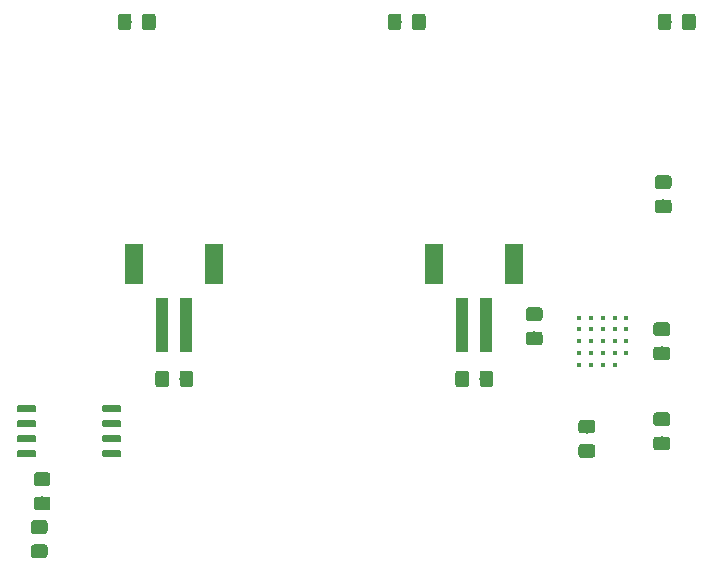
<source format=gbr>
G04 #@! TF.GenerationSoftware,KiCad,Pcbnew,5.1.4+dfsg1-1*
G04 #@! TF.CreationDate,2019-11-19T12:45:03-08:00*
G04 #@! TF.ProjectId,cartridge,63617274-7269-4646-9765-2e6b69636164,rev?*
G04 #@! TF.SameCoordinates,PX40311b0PY2227a70*
G04 #@! TF.FileFunction,Paste,Top*
G04 #@! TF.FilePolarity,Positive*
%FSLAX46Y46*%
G04 Gerber Fmt 4.6, Leading zero omitted, Abs format (unit mm)*
G04 Created by KiCad (PCBNEW 5.1.4+dfsg1-1) date 2019-11-19 12:45:03*
%MOMM*%
%LPD*%
G04 APERTURE LIST*
%ADD10C,0.400000*%
%ADD11R,1.600000X3.400000*%
%ADD12R,1.000000X4.600000*%
%ADD13C,0.050000*%
%ADD14C,1.150000*%
%ADD15C,0.600000*%
G04 APERTURE END LIST*
D10*
X56070000Y-43926000D03*
X56070000Y-42926000D03*
X56070000Y-41926000D03*
X56070000Y-40926000D03*
X55070000Y-44926000D03*
X55070000Y-43926000D03*
X55070000Y-42926000D03*
X55070000Y-41926000D03*
X55070000Y-40926000D03*
X54070000Y-44926000D03*
X54070000Y-43926000D03*
X54070000Y-42926000D03*
X54070000Y-41926000D03*
X54070000Y-40926000D03*
X53070000Y-44926000D03*
X53070000Y-43926000D03*
X53070000Y-42926000D03*
X53070000Y-41926000D03*
X53070000Y-40926000D03*
X52070000Y-44926000D03*
X52070000Y-43926000D03*
X52070000Y-42926000D03*
X52070000Y-41926000D03*
X52070000Y-40926000D03*
D11*
X46580000Y-36346000D03*
X39780000Y-36346000D03*
D12*
X44180000Y-41546000D03*
X42180000Y-41546000D03*
D11*
X21180000Y-36346000D03*
X14380000Y-36346000D03*
D12*
X18780000Y-41546000D03*
X16780000Y-41546000D03*
D13*
G36*
X17104505Y-45402204D02*
G01*
X17128773Y-45405804D01*
X17152572Y-45411765D01*
X17175671Y-45420030D01*
X17197850Y-45430520D01*
X17218893Y-45443132D01*
X17238599Y-45457747D01*
X17256777Y-45474223D01*
X17273253Y-45492401D01*
X17287868Y-45512107D01*
X17300480Y-45533150D01*
X17310970Y-45555329D01*
X17319235Y-45578428D01*
X17325196Y-45602227D01*
X17328796Y-45626495D01*
X17330000Y-45650999D01*
X17330000Y-46551001D01*
X17328796Y-46575505D01*
X17325196Y-46599773D01*
X17319235Y-46623572D01*
X17310970Y-46646671D01*
X17300480Y-46668850D01*
X17287868Y-46689893D01*
X17273253Y-46709599D01*
X17256777Y-46727777D01*
X17238599Y-46744253D01*
X17218893Y-46758868D01*
X17197850Y-46771480D01*
X17175671Y-46781970D01*
X17152572Y-46790235D01*
X17128773Y-46796196D01*
X17104505Y-46799796D01*
X17080001Y-46801000D01*
X16429999Y-46801000D01*
X16405495Y-46799796D01*
X16381227Y-46796196D01*
X16357428Y-46790235D01*
X16334329Y-46781970D01*
X16312150Y-46771480D01*
X16291107Y-46758868D01*
X16271401Y-46744253D01*
X16253223Y-46727777D01*
X16236747Y-46709599D01*
X16222132Y-46689893D01*
X16209520Y-46668850D01*
X16199030Y-46646671D01*
X16190765Y-46623572D01*
X16184804Y-46599773D01*
X16181204Y-46575505D01*
X16180000Y-46551001D01*
X16180000Y-45650999D01*
X16181204Y-45626495D01*
X16184804Y-45602227D01*
X16190765Y-45578428D01*
X16199030Y-45555329D01*
X16209520Y-45533150D01*
X16222132Y-45512107D01*
X16236747Y-45492401D01*
X16253223Y-45474223D01*
X16271401Y-45457747D01*
X16291107Y-45443132D01*
X16312150Y-45430520D01*
X16334329Y-45420030D01*
X16357428Y-45411765D01*
X16381227Y-45405804D01*
X16405495Y-45402204D01*
X16429999Y-45401000D01*
X17080001Y-45401000D01*
X17104505Y-45402204D01*
X17104505Y-45402204D01*
G37*
D14*
X16755000Y-46101000D03*
D13*
G36*
X19154505Y-45402204D02*
G01*
X19178773Y-45405804D01*
X19202572Y-45411765D01*
X19225671Y-45420030D01*
X19247850Y-45430520D01*
X19268893Y-45443132D01*
X19288599Y-45457747D01*
X19306777Y-45474223D01*
X19323253Y-45492401D01*
X19337868Y-45512107D01*
X19350480Y-45533150D01*
X19360970Y-45555329D01*
X19369235Y-45578428D01*
X19375196Y-45602227D01*
X19378796Y-45626495D01*
X19380000Y-45650999D01*
X19380000Y-46551001D01*
X19378796Y-46575505D01*
X19375196Y-46599773D01*
X19369235Y-46623572D01*
X19360970Y-46646671D01*
X19350480Y-46668850D01*
X19337868Y-46689893D01*
X19323253Y-46709599D01*
X19306777Y-46727777D01*
X19288599Y-46744253D01*
X19268893Y-46758868D01*
X19247850Y-46771480D01*
X19225671Y-46781970D01*
X19202572Y-46790235D01*
X19178773Y-46796196D01*
X19154505Y-46799796D01*
X19130001Y-46801000D01*
X18479999Y-46801000D01*
X18455495Y-46799796D01*
X18431227Y-46796196D01*
X18407428Y-46790235D01*
X18384329Y-46781970D01*
X18362150Y-46771480D01*
X18341107Y-46758868D01*
X18321401Y-46744253D01*
X18303223Y-46727777D01*
X18286747Y-46709599D01*
X18272132Y-46689893D01*
X18259520Y-46668850D01*
X18249030Y-46646671D01*
X18240765Y-46623572D01*
X18234804Y-46599773D01*
X18231204Y-46575505D01*
X18230000Y-46551001D01*
X18230000Y-45650999D01*
X18231204Y-45626495D01*
X18234804Y-45602227D01*
X18240765Y-45578428D01*
X18249030Y-45555329D01*
X18259520Y-45533150D01*
X18272132Y-45512107D01*
X18286747Y-45492401D01*
X18303223Y-45474223D01*
X18321401Y-45457747D01*
X18341107Y-45443132D01*
X18362150Y-45430520D01*
X18384329Y-45420030D01*
X18407428Y-45411765D01*
X18431227Y-45405804D01*
X18455495Y-45402204D01*
X18479999Y-45401000D01*
X19130001Y-45401000D01*
X19154505Y-45402204D01*
X19154505Y-45402204D01*
G37*
D14*
X18805000Y-46101000D03*
D13*
G36*
X42504505Y-45402204D02*
G01*
X42528773Y-45405804D01*
X42552572Y-45411765D01*
X42575671Y-45420030D01*
X42597850Y-45430520D01*
X42618893Y-45443132D01*
X42638599Y-45457747D01*
X42656777Y-45474223D01*
X42673253Y-45492401D01*
X42687868Y-45512107D01*
X42700480Y-45533150D01*
X42710970Y-45555329D01*
X42719235Y-45578428D01*
X42725196Y-45602227D01*
X42728796Y-45626495D01*
X42730000Y-45650999D01*
X42730000Y-46551001D01*
X42728796Y-46575505D01*
X42725196Y-46599773D01*
X42719235Y-46623572D01*
X42710970Y-46646671D01*
X42700480Y-46668850D01*
X42687868Y-46689893D01*
X42673253Y-46709599D01*
X42656777Y-46727777D01*
X42638599Y-46744253D01*
X42618893Y-46758868D01*
X42597850Y-46771480D01*
X42575671Y-46781970D01*
X42552572Y-46790235D01*
X42528773Y-46796196D01*
X42504505Y-46799796D01*
X42480001Y-46801000D01*
X41829999Y-46801000D01*
X41805495Y-46799796D01*
X41781227Y-46796196D01*
X41757428Y-46790235D01*
X41734329Y-46781970D01*
X41712150Y-46771480D01*
X41691107Y-46758868D01*
X41671401Y-46744253D01*
X41653223Y-46727777D01*
X41636747Y-46709599D01*
X41622132Y-46689893D01*
X41609520Y-46668850D01*
X41599030Y-46646671D01*
X41590765Y-46623572D01*
X41584804Y-46599773D01*
X41581204Y-46575505D01*
X41580000Y-46551001D01*
X41580000Y-45650999D01*
X41581204Y-45626495D01*
X41584804Y-45602227D01*
X41590765Y-45578428D01*
X41599030Y-45555329D01*
X41609520Y-45533150D01*
X41622132Y-45512107D01*
X41636747Y-45492401D01*
X41653223Y-45474223D01*
X41671401Y-45457747D01*
X41691107Y-45443132D01*
X41712150Y-45430520D01*
X41734329Y-45420030D01*
X41757428Y-45411765D01*
X41781227Y-45405804D01*
X41805495Y-45402204D01*
X41829999Y-45401000D01*
X42480001Y-45401000D01*
X42504505Y-45402204D01*
X42504505Y-45402204D01*
G37*
D14*
X42155000Y-46101000D03*
D13*
G36*
X44554505Y-45402204D02*
G01*
X44578773Y-45405804D01*
X44602572Y-45411765D01*
X44625671Y-45420030D01*
X44647850Y-45430520D01*
X44668893Y-45443132D01*
X44688599Y-45457747D01*
X44706777Y-45474223D01*
X44723253Y-45492401D01*
X44737868Y-45512107D01*
X44750480Y-45533150D01*
X44760970Y-45555329D01*
X44769235Y-45578428D01*
X44775196Y-45602227D01*
X44778796Y-45626495D01*
X44780000Y-45650999D01*
X44780000Y-46551001D01*
X44778796Y-46575505D01*
X44775196Y-46599773D01*
X44769235Y-46623572D01*
X44760970Y-46646671D01*
X44750480Y-46668850D01*
X44737868Y-46689893D01*
X44723253Y-46709599D01*
X44706777Y-46727777D01*
X44688599Y-46744253D01*
X44668893Y-46758868D01*
X44647850Y-46771480D01*
X44625671Y-46781970D01*
X44602572Y-46790235D01*
X44578773Y-46796196D01*
X44554505Y-46799796D01*
X44530001Y-46801000D01*
X43879999Y-46801000D01*
X43855495Y-46799796D01*
X43831227Y-46796196D01*
X43807428Y-46790235D01*
X43784329Y-46781970D01*
X43762150Y-46771480D01*
X43741107Y-46758868D01*
X43721401Y-46744253D01*
X43703223Y-46727777D01*
X43686747Y-46709599D01*
X43672132Y-46689893D01*
X43659520Y-46668850D01*
X43649030Y-46646671D01*
X43640765Y-46623572D01*
X43634804Y-46599773D01*
X43631204Y-46575505D01*
X43630000Y-46551001D01*
X43630000Y-45650999D01*
X43631204Y-45626495D01*
X43634804Y-45602227D01*
X43640765Y-45578428D01*
X43649030Y-45555329D01*
X43659520Y-45533150D01*
X43672132Y-45512107D01*
X43686747Y-45492401D01*
X43703223Y-45474223D01*
X43721401Y-45457747D01*
X43741107Y-45443132D01*
X43762150Y-45430520D01*
X43784329Y-45420030D01*
X43807428Y-45411765D01*
X43831227Y-45405804D01*
X43855495Y-45402204D01*
X43879999Y-45401000D01*
X44530001Y-45401000D01*
X44554505Y-45402204D01*
X44554505Y-45402204D01*
G37*
D14*
X44205000Y-46101000D03*
D13*
G36*
X59529505Y-48947204D02*
G01*
X59553773Y-48950804D01*
X59577572Y-48956765D01*
X59600671Y-48965030D01*
X59622850Y-48975520D01*
X59643893Y-48988132D01*
X59663599Y-49002747D01*
X59681777Y-49019223D01*
X59698253Y-49037401D01*
X59712868Y-49057107D01*
X59725480Y-49078150D01*
X59735970Y-49100329D01*
X59744235Y-49123428D01*
X59750196Y-49147227D01*
X59753796Y-49171495D01*
X59755000Y-49195999D01*
X59755000Y-49846001D01*
X59753796Y-49870505D01*
X59750196Y-49894773D01*
X59744235Y-49918572D01*
X59735970Y-49941671D01*
X59725480Y-49963850D01*
X59712868Y-49984893D01*
X59698253Y-50004599D01*
X59681777Y-50022777D01*
X59663599Y-50039253D01*
X59643893Y-50053868D01*
X59622850Y-50066480D01*
X59600671Y-50076970D01*
X59577572Y-50085235D01*
X59553773Y-50091196D01*
X59529505Y-50094796D01*
X59505001Y-50096000D01*
X58604999Y-50096000D01*
X58580495Y-50094796D01*
X58556227Y-50091196D01*
X58532428Y-50085235D01*
X58509329Y-50076970D01*
X58487150Y-50066480D01*
X58466107Y-50053868D01*
X58446401Y-50039253D01*
X58428223Y-50022777D01*
X58411747Y-50004599D01*
X58397132Y-49984893D01*
X58384520Y-49963850D01*
X58374030Y-49941671D01*
X58365765Y-49918572D01*
X58359804Y-49894773D01*
X58356204Y-49870505D01*
X58355000Y-49846001D01*
X58355000Y-49195999D01*
X58356204Y-49171495D01*
X58359804Y-49147227D01*
X58365765Y-49123428D01*
X58374030Y-49100329D01*
X58384520Y-49078150D01*
X58397132Y-49057107D01*
X58411747Y-49037401D01*
X58428223Y-49019223D01*
X58446401Y-49002747D01*
X58466107Y-48988132D01*
X58487150Y-48975520D01*
X58509329Y-48965030D01*
X58532428Y-48956765D01*
X58556227Y-48950804D01*
X58580495Y-48947204D01*
X58604999Y-48946000D01*
X59505001Y-48946000D01*
X59529505Y-48947204D01*
X59529505Y-48947204D01*
G37*
D14*
X59055000Y-49521000D03*
D13*
G36*
X59529505Y-50997204D02*
G01*
X59553773Y-51000804D01*
X59577572Y-51006765D01*
X59600671Y-51015030D01*
X59622850Y-51025520D01*
X59643893Y-51038132D01*
X59663599Y-51052747D01*
X59681777Y-51069223D01*
X59698253Y-51087401D01*
X59712868Y-51107107D01*
X59725480Y-51128150D01*
X59735970Y-51150329D01*
X59744235Y-51173428D01*
X59750196Y-51197227D01*
X59753796Y-51221495D01*
X59755000Y-51245999D01*
X59755000Y-51896001D01*
X59753796Y-51920505D01*
X59750196Y-51944773D01*
X59744235Y-51968572D01*
X59735970Y-51991671D01*
X59725480Y-52013850D01*
X59712868Y-52034893D01*
X59698253Y-52054599D01*
X59681777Y-52072777D01*
X59663599Y-52089253D01*
X59643893Y-52103868D01*
X59622850Y-52116480D01*
X59600671Y-52126970D01*
X59577572Y-52135235D01*
X59553773Y-52141196D01*
X59529505Y-52144796D01*
X59505001Y-52146000D01*
X58604999Y-52146000D01*
X58580495Y-52144796D01*
X58556227Y-52141196D01*
X58532428Y-52135235D01*
X58509329Y-52126970D01*
X58487150Y-52116480D01*
X58466107Y-52103868D01*
X58446401Y-52089253D01*
X58428223Y-52072777D01*
X58411747Y-52054599D01*
X58397132Y-52034893D01*
X58384520Y-52013850D01*
X58374030Y-51991671D01*
X58365765Y-51968572D01*
X58359804Y-51944773D01*
X58356204Y-51920505D01*
X58355000Y-51896001D01*
X58355000Y-51245999D01*
X58356204Y-51221495D01*
X58359804Y-51197227D01*
X58365765Y-51173428D01*
X58374030Y-51150329D01*
X58384520Y-51128150D01*
X58397132Y-51107107D01*
X58411747Y-51087401D01*
X58428223Y-51069223D01*
X58446401Y-51052747D01*
X58466107Y-51038132D01*
X58487150Y-51025520D01*
X58509329Y-51015030D01*
X58532428Y-51006765D01*
X58556227Y-51000804D01*
X58580495Y-50997204D01*
X58604999Y-50996000D01*
X59505001Y-50996000D01*
X59529505Y-50997204D01*
X59529505Y-50997204D01*
G37*
D14*
X59055000Y-51571000D03*
D13*
G36*
X59656505Y-28881204D02*
G01*
X59680773Y-28884804D01*
X59704572Y-28890765D01*
X59727671Y-28899030D01*
X59749850Y-28909520D01*
X59770893Y-28922132D01*
X59790599Y-28936747D01*
X59808777Y-28953223D01*
X59825253Y-28971401D01*
X59839868Y-28991107D01*
X59852480Y-29012150D01*
X59862970Y-29034329D01*
X59871235Y-29057428D01*
X59877196Y-29081227D01*
X59880796Y-29105495D01*
X59882000Y-29129999D01*
X59882000Y-29780001D01*
X59880796Y-29804505D01*
X59877196Y-29828773D01*
X59871235Y-29852572D01*
X59862970Y-29875671D01*
X59852480Y-29897850D01*
X59839868Y-29918893D01*
X59825253Y-29938599D01*
X59808777Y-29956777D01*
X59790599Y-29973253D01*
X59770893Y-29987868D01*
X59749850Y-30000480D01*
X59727671Y-30010970D01*
X59704572Y-30019235D01*
X59680773Y-30025196D01*
X59656505Y-30028796D01*
X59632001Y-30030000D01*
X58731999Y-30030000D01*
X58707495Y-30028796D01*
X58683227Y-30025196D01*
X58659428Y-30019235D01*
X58636329Y-30010970D01*
X58614150Y-30000480D01*
X58593107Y-29987868D01*
X58573401Y-29973253D01*
X58555223Y-29956777D01*
X58538747Y-29938599D01*
X58524132Y-29918893D01*
X58511520Y-29897850D01*
X58501030Y-29875671D01*
X58492765Y-29852572D01*
X58486804Y-29828773D01*
X58483204Y-29804505D01*
X58482000Y-29780001D01*
X58482000Y-29129999D01*
X58483204Y-29105495D01*
X58486804Y-29081227D01*
X58492765Y-29057428D01*
X58501030Y-29034329D01*
X58511520Y-29012150D01*
X58524132Y-28991107D01*
X58538747Y-28971401D01*
X58555223Y-28953223D01*
X58573401Y-28936747D01*
X58593107Y-28922132D01*
X58614150Y-28909520D01*
X58636329Y-28899030D01*
X58659428Y-28890765D01*
X58683227Y-28884804D01*
X58707495Y-28881204D01*
X58731999Y-28880000D01*
X59632001Y-28880000D01*
X59656505Y-28881204D01*
X59656505Y-28881204D01*
G37*
D14*
X59182000Y-29455000D03*
D13*
G36*
X59656505Y-30931204D02*
G01*
X59680773Y-30934804D01*
X59704572Y-30940765D01*
X59727671Y-30949030D01*
X59749850Y-30959520D01*
X59770893Y-30972132D01*
X59790599Y-30986747D01*
X59808777Y-31003223D01*
X59825253Y-31021401D01*
X59839868Y-31041107D01*
X59852480Y-31062150D01*
X59862970Y-31084329D01*
X59871235Y-31107428D01*
X59877196Y-31131227D01*
X59880796Y-31155495D01*
X59882000Y-31179999D01*
X59882000Y-31830001D01*
X59880796Y-31854505D01*
X59877196Y-31878773D01*
X59871235Y-31902572D01*
X59862970Y-31925671D01*
X59852480Y-31947850D01*
X59839868Y-31968893D01*
X59825253Y-31988599D01*
X59808777Y-32006777D01*
X59790599Y-32023253D01*
X59770893Y-32037868D01*
X59749850Y-32050480D01*
X59727671Y-32060970D01*
X59704572Y-32069235D01*
X59680773Y-32075196D01*
X59656505Y-32078796D01*
X59632001Y-32080000D01*
X58731999Y-32080000D01*
X58707495Y-32078796D01*
X58683227Y-32075196D01*
X58659428Y-32069235D01*
X58636329Y-32060970D01*
X58614150Y-32050480D01*
X58593107Y-32037868D01*
X58573401Y-32023253D01*
X58555223Y-32006777D01*
X58538747Y-31988599D01*
X58524132Y-31968893D01*
X58511520Y-31947850D01*
X58501030Y-31925671D01*
X58492765Y-31902572D01*
X58486804Y-31878773D01*
X58483204Y-31854505D01*
X58482000Y-31830001D01*
X58482000Y-31179999D01*
X58483204Y-31155495D01*
X58486804Y-31131227D01*
X58492765Y-31107428D01*
X58501030Y-31084329D01*
X58511520Y-31062150D01*
X58524132Y-31041107D01*
X58538747Y-31021401D01*
X58555223Y-31003223D01*
X58573401Y-30986747D01*
X58593107Y-30972132D01*
X58614150Y-30959520D01*
X58636329Y-30949030D01*
X58659428Y-30940765D01*
X58683227Y-30934804D01*
X58707495Y-30931204D01*
X58731999Y-30930000D01*
X59632001Y-30930000D01*
X59656505Y-30931204D01*
X59656505Y-30931204D01*
G37*
D14*
X59182000Y-31505000D03*
D13*
G36*
X5954703Y-52151722D02*
G01*
X5969264Y-52153882D01*
X5983543Y-52157459D01*
X5997403Y-52162418D01*
X6010710Y-52168712D01*
X6023336Y-52176280D01*
X6035159Y-52185048D01*
X6046066Y-52194934D01*
X6055952Y-52205841D01*
X6064720Y-52217664D01*
X6072288Y-52230290D01*
X6078582Y-52243597D01*
X6083541Y-52257457D01*
X6087118Y-52271736D01*
X6089278Y-52286297D01*
X6090000Y-52301000D01*
X6090000Y-52601000D01*
X6089278Y-52615703D01*
X6087118Y-52630264D01*
X6083541Y-52644543D01*
X6078582Y-52658403D01*
X6072288Y-52671710D01*
X6064720Y-52684336D01*
X6055952Y-52696159D01*
X6046066Y-52707066D01*
X6035159Y-52716952D01*
X6023336Y-52725720D01*
X6010710Y-52733288D01*
X5997403Y-52739582D01*
X5983543Y-52744541D01*
X5969264Y-52748118D01*
X5954703Y-52750278D01*
X5940000Y-52751000D01*
X4640000Y-52751000D01*
X4625297Y-52750278D01*
X4610736Y-52748118D01*
X4596457Y-52744541D01*
X4582597Y-52739582D01*
X4569290Y-52733288D01*
X4556664Y-52725720D01*
X4544841Y-52716952D01*
X4533934Y-52707066D01*
X4524048Y-52696159D01*
X4515280Y-52684336D01*
X4507712Y-52671710D01*
X4501418Y-52658403D01*
X4496459Y-52644543D01*
X4492882Y-52630264D01*
X4490722Y-52615703D01*
X4490000Y-52601000D01*
X4490000Y-52301000D01*
X4490722Y-52286297D01*
X4492882Y-52271736D01*
X4496459Y-52257457D01*
X4501418Y-52243597D01*
X4507712Y-52230290D01*
X4515280Y-52217664D01*
X4524048Y-52205841D01*
X4533934Y-52194934D01*
X4544841Y-52185048D01*
X4556664Y-52176280D01*
X4569290Y-52168712D01*
X4582597Y-52162418D01*
X4596457Y-52157459D01*
X4610736Y-52153882D01*
X4625297Y-52151722D01*
X4640000Y-52151000D01*
X5940000Y-52151000D01*
X5954703Y-52151722D01*
X5954703Y-52151722D01*
G37*
D15*
X5290000Y-52451000D03*
D13*
G36*
X5954703Y-50881722D02*
G01*
X5969264Y-50883882D01*
X5983543Y-50887459D01*
X5997403Y-50892418D01*
X6010710Y-50898712D01*
X6023336Y-50906280D01*
X6035159Y-50915048D01*
X6046066Y-50924934D01*
X6055952Y-50935841D01*
X6064720Y-50947664D01*
X6072288Y-50960290D01*
X6078582Y-50973597D01*
X6083541Y-50987457D01*
X6087118Y-51001736D01*
X6089278Y-51016297D01*
X6090000Y-51031000D01*
X6090000Y-51331000D01*
X6089278Y-51345703D01*
X6087118Y-51360264D01*
X6083541Y-51374543D01*
X6078582Y-51388403D01*
X6072288Y-51401710D01*
X6064720Y-51414336D01*
X6055952Y-51426159D01*
X6046066Y-51437066D01*
X6035159Y-51446952D01*
X6023336Y-51455720D01*
X6010710Y-51463288D01*
X5997403Y-51469582D01*
X5983543Y-51474541D01*
X5969264Y-51478118D01*
X5954703Y-51480278D01*
X5940000Y-51481000D01*
X4640000Y-51481000D01*
X4625297Y-51480278D01*
X4610736Y-51478118D01*
X4596457Y-51474541D01*
X4582597Y-51469582D01*
X4569290Y-51463288D01*
X4556664Y-51455720D01*
X4544841Y-51446952D01*
X4533934Y-51437066D01*
X4524048Y-51426159D01*
X4515280Y-51414336D01*
X4507712Y-51401710D01*
X4501418Y-51388403D01*
X4496459Y-51374543D01*
X4492882Y-51360264D01*
X4490722Y-51345703D01*
X4490000Y-51331000D01*
X4490000Y-51031000D01*
X4490722Y-51016297D01*
X4492882Y-51001736D01*
X4496459Y-50987457D01*
X4501418Y-50973597D01*
X4507712Y-50960290D01*
X4515280Y-50947664D01*
X4524048Y-50935841D01*
X4533934Y-50924934D01*
X4544841Y-50915048D01*
X4556664Y-50906280D01*
X4569290Y-50898712D01*
X4582597Y-50892418D01*
X4596457Y-50887459D01*
X4610736Y-50883882D01*
X4625297Y-50881722D01*
X4640000Y-50881000D01*
X5940000Y-50881000D01*
X5954703Y-50881722D01*
X5954703Y-50881722D01*
G37*
D15*
X5290000Y-51181000D03*
D13*
G36*
X5954703Y-49611722D02*
G01*
X5969264Y-49613882D01*
X5983543Y-49617459D01*
X5997403Y-49622418D01*
X6010710Y-49628712D01*
X6023336Y-49636280D01*
X6035159Y-49645048D01*
X6046066Y-49654934D01*
X6055952Y-49665841D01*
X6064720Y-49677664D01*
X6072288Y-49690290D01*
X6078582Y-49703597D01*
X6083541Y-49717457D01*
X6087118Y-49731736D01*
X6089278Y-49746297D01*
X6090000Y-49761000D01*
X6090000Y-50061000D01*
X6089278Y-50075703D01*
X6087118Y-50090264D01*
X6083541Y-50104543D01*
X6078582Y-50118403D01*
X6072288Y-50131710D01*
X6064720Y-50144336D01*
X6055952Y-50156159D01*
X6046066Y-50167066D01*
X6035159Y-50176952D01*
X6023336Y-50185720D01*
X6010710Y-50193288D01*
X5997403Y-50199582D01*
X5983543Y-50204541D01*
X5969264Y-50208118D01*
X5954703Y-50210278D01*
X5940000Y-50211000D01*
X4640000Y-50211000D01*
X4625297Y-50210278D01*
X4610736Y-50208118D01*
X4596457Y-50204541D01*
X4582597Y-50199582D01*
X4569290Y-50193288D01*
X4556664Y-50185720D01*
X4544841Y-50176952D01*
X4533934Y-50167066D01*
X4524048Y-50156159D01*
X4515280Y-50144336D01*
X4507712Y-50131710D01*
X4501418Y-50118403D01*
X4496459Y-50104543D01*
X4492882Y-50090264D01*
X4490722Y-50075703D01*
X4490000Y-50061000D01*
X4490000Y-49761000D01*
X4490722Y-49746297D01*
X4492882Y-49731736D01*
X4496459Y-49717457D01*
X4501418Y-49703597D01*
X4507712Y-49690290D01*
X4515280Y-49677664D01*
X4524048Y-49665841D01*
X4533934Y-49654934D01*
X4544841Y-49645048D01*
X4556664Y-49636280D01*
X4569290Y-49628712D01*
X4582597Y-49622418D01*
X4596457Y-49617459D01*
X4610736Y-49613882D01*
X4625297Y-49611722D01*
X4640000Y-49611000D01*
X5940000Y-49611000D01*
X5954703Y-49611722D01*
X5954703Y-49611722D01*
G37*
D15*
X5290000Y-49911000D03*
D13*
G36*
X5954703Y-48341722D02*
G01*
X5969264Y-48343882D01*
X5983543Y-48347459D01*
X5997403Y-48352418D01*
X6010710Y-48358712D01*
X6023336Y-48366280D01*
X6035159Y-48375048D01*
X6046066Y-48384934D01*
X6055952Y-48395841D01*
X6064720Y-48407664D01*
X6072288Y-48420290D01*
X6078582Y-48433597D01*
X6083541Y-48447457D01*
X6087118Y-48461736D01*
X6089278Y-48476297D01*
X6090000Y-48491000D01*
X6090000Y-48791000D01*
X6089278Y-48805703D01*
X6087118Y-48820264D01*
X6083541Y-48834543D01*
X6078582Y-48848403D01*
X6072288Y-48861710D01*
X6064720Y-48874336D01*
X6055952Y-48886159D01*
X6046066Y-48897066D01*
X6035159Y-48906952D01*
X6023336Y-48915720D01*
X6010710Y-48923288D01*
X5997403Y-48929582D01*
X5983543Y-48934541D01*
X5969264Y-48938118D01*
X5954703Y-48940278D01*
X5940000Y-48941000D01*
X4640000Y-48941000D01*
X4625297Y-48940278D01*
X4610736Y-48938118D01*
X4596457Y-48934541D01*
X4582597Y-48929582D01*
X4569290Y-48923288D01*
X4556664Y-48915720D01*
X4544841Y-48906952D01*
X4533934Y-48897066D01*
X4524048Y-48886159D01*
X4515280Y-48874336D01*
X4507712Y-48861710D01*
X4501418Y-48848403D01*
X4496459Y-48834543D01*
X4492882Y-48820264D01*
X4490722Y-48805703D01*
X4490000Y-48791000D01*
X4490000Y-48491000D01*
X4490722Y-48476297D01*
X4492882Y-48461736D01*
X4496459Y-48447457D01*
X4501418Y-48433597D01*
X4507712Y-48420290D01*
X4515280Y-48407664D01*
X4524048Y-48395841D01*
X4533934Y-48384934D01*
X4544841Y-48375048D01*
X4556664Y-48366280D01*
X4569290Y-48358712D01*
X4582597Y-48352418D01*
X4596457Y-48347459D01*
X4610736Y-48343882D01*
X4625297Y-48341722D01*
X4640000Y-48341000D01*
X5940000Y-48341000D01*
X5954703Y-48341722D01*
X5954703Y-48341722D01*
G37*
D15*
X5290000Y-48641000D03*
D13*
G36*
X13154703Y-48341722D02*
G01*
X13169264Y-48343882D01*
X13183543Y-48347459D01*
X13197403Y-48352418D01*
X13210710Y-48358712D01*
X13223336Y-48366280D01*
X13235159Y-48375048D01*
X13246066Y-48384934D01*
X13255952Y-48395841D01*
X13264720Y-48407664D01*
X13272288Y-48420290D01*
X13278582Y-48433597D01*
X13283541Y-48447457D01*
X13287118Y-48461736D01*
X13289278Y-48476297D01*
X13290000Y-48491000D01*
X13290000Y-48791000D01*
X13289278Y-48805703D01*
X13287118Y-48820264D01*
X13283541Y-48834543D01*
X13278582Y-48848403D01*
X13272288Y-48861710D01*
X13264720Y-48874336D01*
X13255952Y-48886159D01*
X13246066Y-48897066D01*
X13235159Y-48906952D01*
X13223336Y-48915720D01*
X13210710Y-48923288D01*
X13197403Y-48929582D01*
X13183543Y-48934541D01*
X13169264Y-48938118D01*
X13154703Y-48940278D01*
X13140000Y-48941000D01*
X11840000Y-48941000D01*
X11825297Y-48940278D01*
X11810736Y-48938118D01*
X11796457Y-48934541D01*
X11782597Y-48929582D01*
X11769290Y-48923288D01*
X11756664Y-48915720D01*
X11744841Y-48906952D01*
X11733934Y-48897066D01*
X11724048Y-48886159D01*
X11715280Y-48874336D01*
X11707712Y-48861710D01*
X11701418Y-48848403D01*
X11696459Y-48834543D01*
X11692882Y-48820264D01*
X11690722Y-48805703D01*
X11690000Y-48791000D01*
X11690000Y-48491000D01*
X11690722Y-48476297D01*
X11692882Y-48461736D01*
X11696459Y-48447457D01*
X11701418Y-48433597D01*
X11707712Y-48420290D01*
X11715280Y-48407664D01*
X11724048Y-48395841D01*
X11733934Y-48384934D01*
X11744841Y-48375048D01*
X11756664Y-48366280D01*
X11769290Y-48358712D01*
X11782597Y-48352418D01*
X11796457Y-48347459D01*
X11810736Y-48343882D01*
X11825297Y-48341722D01*
X11840000Y-48341000D01*
X13140000Y-48341000D01*
X13154703Y-48341722D01*
X13154703Y-48341722D01*
G37*
D15*
X12490000Y-48641000D03*
D13*
G36*
X13154703Y-49611722D02*
G01*
X13169264Y-49613882D01*
X13183543Y-49617459D01*
X13197403Y-49622418D01*
X13210710Y-49628712D01*
X13223336Y-49636280D01*
X13235159Y-49645048D01*
X13246066Y-49654934D01*
X13255952Y-49665841D01*
X13264720Y-49677664D01*
X13272288Y-49690290D01*
X13278582Y-49703597D01*
X13283541Y-49717457D01*
X13287118Y-49731736D01*
X13289278Y-49746297D01*
X13290000Y-49761000D01*
X13290000Y-50061000D01*
X13289278Y-50075703D01*
X13287118Y-50090264D01*
X13283541Y-50104543D01*
X13278582Y-50118403D01*
X13272288Y-50131710D01*
X13264720Y-50144336D01*
X13255952Y-50156159D01*
X13246066Y-50167066D01*
X13235159Y-50176952D01*
X13223336Y-50185720D01*
X13210710Y-50193288D01*
X13197403Y-50199582D01*
X13183543Y-50204541D01*
X13169264Y-50208118D01*
X13154703Y-50210278D01*
X13140000Y-50211000D01*
X11840000Y-50211000D01*
X11825297Y-50210278D01*
X11810736Y-50208118D01*
X11796457Y-50204541D01*
X11782597Y-50199582D01*
X11769290Y-50193288D01*
X11756664Y-50185720D01*
X11744841Y-50176952D01*
X11733934Y-50167066D01*
X11724048Y-50156159D01*
X11715280Y-50144336D01*
X11707712Y-50131710D01*
X11701418Y-50118403D01*
X11696459Y-50104543D01*
X11692882Y-50090264D01*
X11690722Y-50075703D01*
X11690000Y-50061000D01*
X11690000Y-49761000D01*
X11690722Y-49746297D01*
X11692882Y-49731736D01*
X11696459Y-49717457D01*
X11701418Y-49703597D01*
X11707712Y-49690290D01*
X11715280Y-49677664D01*
X11724048Y-49665841D01*
X11733934Y-49654934D01*
X11744841Y-49645048D01*
X11756664Y-49636280D01*
X11769290Y-49628712D01*
X11782597Y-49622418D01*
X11796457Y-49617459D01*
X11810736Y-49613882D01*
X11825297Y-49611722D01*
X11840000Y-49611000D01*
X13140000Y-49611000D01*
X13154703Y-49611722D01*
X13154703Y-49611722D01*
G37*
D15*
X12490000Y-49911000D03*
D13*
G36*
X13154703Y-50881722D02*
G01*
X13169264Y-50883882D01*
X13183543Y-50887459D01*
X13197403Y-50892418D01*
X13210710Y-50898712D01*
X13223336Y-50906280D01*
X13235159Y-50915048D01*
X13246066Y-50924934D01*
X13255952Y-50935841D01*
X13264720Y-50947664D01*
X13272288Y-50960290D01*
X13278582Y-50973597D01*
X13283541Y-50987457D01*
X13287118Y-51001736D01*
X13289278Y-51016297D01*
X13290000Y-51031000D01*
X13290000Y-51331000D01*
X13289278Y-51345703D01*
X13287118Y-51360264D01*
X13283541Y-51374543D01*
X13278582Y-51388403D01*
X13272288Y-51401710D01*
X13264720Y-51414336D01*
X13255952Y-51426159D01*
X13246066Y-51437066D01*
X13235159Y-51446952D01*
X13223336Y-51455720D01*
X13210710Y-51463288D01*
X13197403Y-51469582D01*
X13183543Y-51474541D01*
X13169264Y-51478118D01*
X13154703Y-51480278D01*
X13140000Y-51481000D01*
X11840000Y-51481000D01*
X11825297Y-51480278D01*
X11810736Y-51478118D01*
X11796457Y-51474541D01*
X11782597Y-51469582D01*
X11769290Y-51463288D01*
X11756664Y-51455720D01*
X11744841Y-51446952D01*
X11733934Y-51437066D01*
X11724048Y-51426159D01*
X11715280Y-51414336D01*
X11707712Y-51401710D01*
X11701418Y-51388403D01*
X11696459Y-51374543D01*
X11692882Y-51360264D01*
X11690722Y-51345703D01*
X11690000Y-51331000D01*
X11690000Y-51031000D01*
X11690722Y-51016297D01*
X11692882Y-51001736D01*
X11696459Y-50987457D01*
X11701418Y-50973597D01*
X11707712Y-50960290D01*
X11715280Y-50947664D01*
X11724048Y-50935841D01*
X11733934Y-50924934D01*
X11744841Y-50915048D01*
X11756664Y-50906280D01*
X11769290Y-50898712D01*
X11782597Y-50892418D01*
X11796457Y-50887459D01*
X11810736Y-50883882D01*
X11825297Y-50881722D01*
X11840000Y-50881000D01*
X13140000Y-50881000D01*
X13154703Y-50881722D01*
X13154703Y-50881722D01*
G37*
D15*
X12490000Y-51181000D03*
D13*
G36*
X13154703Y-52151722D02*
G01*
X13169264Y-52153882D01*
X13183543Y-52157459D01*
X13197403Y-52162418D01*
X13210710Y-52168712D01*
X13223336Y-52176280D01*
X13235159Y-52185048D01*
X13246066Y-52194934D01*
X13255952Y-52205841D01*
X13264720Y-52217664D01*
X13272288Y-52230290D01*
X13278582Y-52243597D01*
X13283541Y-52257457D01*
X13287118Y-52271736D01*
X13289278Y-52286297D01*
X13290000Y-52301000D01*
X13290000Y-52601000D01*
X13289278Y-52615703D01*
X13287118Y-52630264D01*
X13283541Y-52644543D01*
X13278582Y-52658403D01*
X13272288Y-52671710D01*
X13264720Y-52684336D01*
X13255952Y-52696159D01*
X13246066Y-52707066D01*
X13235159Y-52716952D01*
X13223336Y-52725720D01*
X13210710Y-52733288D01*
X13197403Y-52739582D01*
X13183543Y-52744541D01*
X13169264Y-52748118D01*
X13154703Y-52750278D01*
X13140000Y-52751000D01*
X11840000Y-52751000D01*
X11825297Y-52750278D01*
X11810736Y-52748118D01*
X11796457Y-52744541D01*
X11782597Y-52739582D01*
X11769290Y-52733288D01*
X11756664Y-52725720D01*
X11744841Y-52716952D01*
X11733934Y-52707066D01*
X11724048Y-52696159D01*
X11715280Y-52684336D01*
X11707712Y-52671710D01*
X11701418Y-52658403D01*
X11696459Y-52644543D01*
X11692882Y-52630264D01*
X11690722Y-52615703D01*
X11690000Y-52601000D01*
X11690000Y-52301000D01*
X11690722Y-52286297D01*
X11692882Y-52271736D01*
X11696459Y-52257457D01*
X11701418Y-52243597D01*
X11707712Y-52230290D01*
X11715280Y-52217664D01*
X11724048Y-52205841D01*
X11733934Y-52194934D01*
X11744841Y-52185048D01*
X11756664Y-52176280D01*
X11769290Y-52168712D01*
X11782597Y-52162418D01*
X11796457Y-52157459D01*
X11810736Y-52153882D01*
X11825297Y-52151722D01*
X11840000Y-52151000D01*
X13140000Y-52151000D01*
X13154703Y-52151722D01*
X13154703Y-52151722D01*
G37*
D15*
X12490000Y-52451000D03*
D13*
G36*
X59649505Y-15177204D02*
G01*
X59673773Y-15180804D01*
X59697572Y-15186765D01*
X59720671Y-15195030D01*
X59742850Y-15205520D01*
X59763893Y-15218132D01*
X59783599Y-15232747D01*
X59801777Y-15249223D01*
X59818253Y-15267401D01*
X59832868Y-15287107D01*
X59845480Y-15308150D01*
X59855970Y-15330329D01*
X59864235Y-15353428D01*
X59870196Y-15377227D01*
X59873796Y-15401495D01*
X59875000Y-15425999D01*
X59875000Y-16326001D01*
X59873796Y-16350505D01*
X59870196Y-16374773D01*
X59864235Y-16398572D01*
X59855970Y-16421671D01*
X59845480Y-16443850D01*
X59832868Y-16464893D01*
X59818253Y-16484599D01*
X59801777Y-16502777D01*
X59783599Y-16519253D01*
X59763893Y-16533868D01*
X59742850Y-16546480D01*
X59720671Y-16556970D01*
X59697572Y-16565235D01*
X59673773Y-16571196D01*
X59649505Y-16574796D01*
X59625001Y-16576000D01*
X58974999Y-16576000D01*
X58950495Y-16574796D01*
X58926227Y-16571196D01*
X58902428Y-16565235D01*
X58879329Y-16556970D01*
X58857150Y-16546480D01*
X58836107Y-16533868D01*
X58816401Y-16519253D01*
X58798223Y-16502777D01*
X58781747Y-16484599D01*
X58767132Y-16464893D01*
X58754520Y-16443850D01*
X58744030Y-16421671D01*
X58735765Y-16398572D01*
X58729804Y-16374773D01*
X58726204Y-16350505D01*
X58725000Y-16326001D01*
X58725000Y-15425999D01*
X58726204Y-15401495D01*
X58729804Y-15377227D01*
X58735765Y-15353428D01*
X58744030Y-15330329D01*
X58754520Y-15308150D01*
X58767132Y-15287107D01*
X58781747Y-15267401D01*
X58798223Y-15249223D01*
X58816401Y-15232747D01*
X58836107Y-15218132D01*
X58857150Y-15205520D01*
X58879329Y-15195030D01*
X58902428Y-15186765D01*
X58926227Y-15180804D01*
X58950495Y-15177204D01*
X58974999Y-15176000D01*
X59625001Y-15176000D01*
X59649505Y-15177204D01*
X59649505Y-15177204D01*
G37*
D14*
X59300000Y-15876000D03*
D13*
G36*
X61699505Y-15177204D02*
G01*
X61723773Y-15180804D01*
X61747572Y-15186765D01*
X61770671Y-15195030D01*
X61792850Y-15205520D01*
X61813893Y-15218132D01*
X61833599Y-15232747D01*
X61851777Y-15249223D01*
X61868253Y-15267401D01*
X61882868Y-15287107D01*
X61895480Y-15308150D01*
X61905970Y-15330329D01*
X61914235Y-15353428D01*
X61920196Y-15377227D01*
X61923796Y-15401495D01*
X61925000Y-15425999D01*
X61925000Y-16326001D01*
X61923796Y-16350505D01*
X61920196Y-16374773D01*
X61914235Y-16398572D01*
X61905970Y-16421671D01*
X61895480Y-16443850D01*
X61882868Y-16464893D01*
X61868253Y-16484599D01*
X61851777Y-16502777D01*
X61833599Y-16519253D01*
X61813893Y-16533868D01*
X61792850Y-16546480D01*
X61770671Y-16556970D01*
X61747572Y-16565235D01*
X61723773Y-16571196D01*
X61699505Y-16574796D01*
X61675001Y-16576000D01*
X61024999Y-16576000D01*
X61000495Y-16574796D01*
X60976227Y-16571196D01*
X60952428Y-16565235D01*
X60929329Y-16556970D01*
X60907150Y-16546480D01*
X60886107Y-16533868D01*
X60866401Y-16519253D01*
X60848223Y-16502777D01*
X60831747Y-16484599D01*
X60817132Y-16464893D01*
X60804520Y-16443850D01*
X60794030Y-16421671D01*
X60785765Y-16398572D01*
X60779804Y-16374773D01*
X60776204Y-16350505D01*
X60775000Y-16326001D01*
X60775000Y-15425999D01*
X60776204Y-15401495D01*
X60779804Y-15377227D01*
X60785765Y-15353428D01*
X60794030Y-15330329D01*
X60804520Y-15308150D01*
X60817132Y-15287107D01*
X60831747Y-15267401D01*
X60848223Y-15249223D01*
X60866401Y-15232747D01*
X60886107Y-15218132D01*
X60907150Y-15205520D01*
X60929329Y-15195030D01*
X60952428Y-15186765D01*
X60976227Y-15180804D01*
X61000495Y-15177204D01*
X61024999Y-15176000D01*
X61675001Y-15176000D01*
X61699505Y-15177204D01*
X61699505Y-15177204D01*
G37*
D14*
X61350000Y-15876000D03*
D13*
G36*
X36789505Y-15177204D02*
G01*
X36813773Y-15180804D01*
X36837572Y-15186765D01*
X36860671Y-15195030D01*
X36882850Y-15205520D01*
X36903893Y-15218132D01*
X36923599Y-15232747D01*
X36941777Y-15249223D01*
X36958253Y-15267401D01*
X36972868Y-15287107D01*
X36985480Y-15308150D01*
X36995970Y-15330329D01*
X37004235Y-15353428D01*
X37010196Y-15377227D01*
X37013796Y-15401495D01*
X37015000Y-15425999D01*
X37015000Y-16326001D01*
X37013796Y-16350505D01*
X37010196Y-16374773D01*
X37004235Y-16398572D01*
X36995970Y-16421671D01*
X36985480Y-16443850D01*
X36972868Y-16464893D01*
X36958253Y-16484599D01*
X36941777Y-16502777D01*
X36923599Y-16519253D01*
X36903893Y-16533868D01*
X36882850Y-16546480D01*
X36860671Y-16556970D01*
X36837572Y-16565235D01*
X36813773Y-16571196D01*
X36789505Y-16574796D01*
X36765001Y-16576000D01*
X36114999Y-16576000D01*
X36090495Y-16574796D01*
X36066227Y-16571196D01*
X36042428Y-16565235D01*
X36019329Y-16556970D01*
X35997150Y-16546480D01*
X35976107Y-16533868D01*
X35956401Y-16519253D01*
X35938223Y-16502777D01*
X35921747Y-16484599D01*
X35907132Y-16464893D01*
X35894520Y-16443850D01*
X35884030Y-16421671D01*
X35875765Y-16398572D01*
X35869804Y-16374773D01*
X35866204Y-16350505D01*
X35865000Y-16326001D01*
X35865000Y-15425999D01*
X35866204Y-15401495D01*
X35869804Y-15377227D01*
X35875765Y-15353428D01*
X35884030Y-15330329D01*
X35894520Y-15308150D01*
X35907132Y-15287107D01*
X35921747Y-15267401D01*
X35938223Y-15249223D01*
X35956401Y-15232747D01*
X35976107Y-15218132D01*
X35997150Y-15205520D01*
X36019329Y-15195030D01*
X36042428Y-15186765D01*
X36066227Y-15180804D01*
X36090495Y-15177204D01*
X36114999Y-15176000D01*
X36765001Y-15176000D01*
X36789505Y-15177204D01*
X36789505Y-15177204D01*
G37*
D14*
X36440000Y-15876000D03*
D13*
G36*
X38839505Y-15177204D02*
G01*
X38863773Y-15180804D01*
X38887572Y-15186765D01*
X38910671Y-15195030D01*
X38932850Y-15205520D01*
X38953893Y-15218132D01*
X38973599Y-15232747D01*
X38991777Y-15249223D01*
X39008253Y-15267401D01*
X39022868Y-15287107D01*
X39035480Y-15308150D01*
X39045970Y-15330329D01*
X39054235Y-15353428D01*
X39060196Y-15377227D01*
X39063796Y-15401495D01*
X39065000Y-15425999D01*
X39065000Y-16326001D01*
X39063796Y-16350505D01*
X39060196Y-16374773D01*
X39054235Y-16398572D01*
X39045970Y-16421671D01*
X39035480Y-16443850D01*
X39022868Y-16464893D01*
X39008253Y-16484599D01*
X38991777Y-16502777D01*
X38973599Y-16519253D01*
X38953893Y-16533868D01*
X38932850Y-16546480D01*
X38910671Y-16556970D01*
X38887572Y-16565235D01*
X38863773Y-16571196D01*
X38839505Y-16574796D01*
X38815001Y-16576000D01*
X38164999Y-16576000D01*
X38140495Y-16574796D01*
X38116227Y-16571196D01*
X38092428Y-16565235D01*
X38069329Y-16556970D01*
X38047150Y-16546480D01*
X38026107Y-16533868D01*
X38006401Y-16519253D01*
X37988223Y-16502777D01*
X37971747Y-16484599D01*
X37957132Y-16464893D01*
X37944520Y-16443850D01*
X37934030Y-16421671D01*
X37925765Y-16398572D01*
X37919804Y-16374773D01*
X37916204Y-16350505D01*
X37915000Y-16326001D01*
X37915000Y-15425999D01*
X37916204Y-15401495D01*
X37919804Y-15377227D01*
X37925765Y-15353428D01*
X37934030Y-15330329D01*
X37944520Y-15308150D01*
X37957132Y-15287107D01*
X37971747Y-15267401D01*
X37988223Y-15249223D01*
X38006401Y-15232747D01*
X38026107Y-15218132D01*
X38047150Y-15205520D01*
X38069329Y-15195030D01*
X38092428Y-15186765D01*
X38116227Y-15180804D01*
X38140495Y-15177204D01*
X38164999Y-15176000D01*
X38815001Y-15176000D01*
X38839505Y-15177204D01*
X38839505Y-15177204D01*
G37*
D14*
X38490000Y-15876000D03*
D13*
G36*
X13929505Y-15177204D02*
G01*
X13953773Y-15180804D01*
X13977572Y-15186765D01*
X14000671Y-15195030D01*
X14022850Y-15205520D01*
X14043893Y-15218132D01*
X14063599Y-15232747D01*
X14081777Y-15249223D01*
X14098253Y-15267401D01*
X14112868Y-15287107D01*
X14125480Y-15308150D01*
X14135970Y-15330329D01*
X14144235Y-15353428D01*
X14150196Y-15377227D01*
X14153796Y-15401495D01*
X14155000Y-15425999D01*
X14155000Y-16326001D01*
X14153796Y-16350505D01*
X14150196Y-16374773D01*
X14144235Y-16398572D01*
X14135970Y-16421671D01*
X14125480Y-16443850D01*
X14112868Y-16464893D01*
X14098253Y-16484599D01*
X14081777Y-16502777D01*
X14063599Y-16519253D01*
X14043893Y-16533868D01*
X14022850Y-16546480D01*
X14000671Y-16556970D01*
X13977572Y-16565235D01*
X13953773Y-16571196D01*
X13929505Y-16574796D01*
X13905001Y-16576000D01*
X13254999Y-16576000D01*
X13230495Y-16574796D01*
X13206227Y-16571196D01*
X13182428Y-16565235D01*
X13159329Y-16556970D01*
X13137150Y-16546480D01*
X13116107Y-16533868D01*
X13096401Y-16519253D01*
X13078223Y-16502777D01*
X13061747Y-16484599D01*
X13047132Y-16464893D01*
X13034520Y-16443850D01*
X13024030Y-16421671D01*
X13015765Y-16398572D01*
X13009804Y-16374773D01*
X13006204Y-16350505D01*
X13005000Y-16326001D01*
X13005000Y-15425999D01*
X13006204Y-15401495D01*
X13009804Y-15377227D01*
X13015765Y-15353428D01*
X13024030Y-15330329D01*
X13034520Y-15308150D01*
X13047132Y-15287107D01*
X13061747Y-15267401D01*
X13078223Y-15249223D01*
X13096401Y-15232747D01*
X13116107Y-15218132D01*
X13137150Y-15205520D01*
X13159329Y-15195030D01*
X13182428Y-15186765D01*
X13206227Y-15180804D01*
X13230495Y-15177204D01*
X13254999Y-15176000D01*
X13905001Y-15176000D01*
X13929505Y-15177204D01*
X13929505Y-15177204D01*
G37*
D14*
X13580000Y-15876000D03*
D13*
G36*
X15979505Y-15177204D02*
G01*
X16003773Y-15180804D01*
X16027572Y-15186765D01*
X16050671Y-15195030D01*
X16072850Y-15205520D01*
X16093893Y-15218132D01*
X16113599Y-15232747D01*
X16131777Y-15249223D01*
X16148253Y-15267401D01*
X16162868Y-15287107D01*
X16175480Y-15308150D01*
X16185970Y-15330329D01*
X16194235Y-15353428D01*
X16200196Y-15377227D01*
X16203796Y-15401495D01*
X16205000Y-15425999D01*
X16205000Y-16326001D01*
X16203796Y-16350505D01*
X16200196Y-16374773D01*
X16194235Y-16398572D01*
X16185970Y-16421671D01*
X16175480Y-16443850D01*
X16162868Y-16464893D01*
X16148253Y-16484599D01*
X16131777Y-16502777D01*
X16113599Y-16519253D01*
X16093893Y-16533868D01*
X16072850Y-16546480D01*
X16050671Y-16556970D01*
X16027572Y-16565235D01*
X16003773Y-16571196D01*
X15979505Y-16574796D01*
X15955001Y-16576000D01*
X15304999Y-16576000D01*
X15280495Y-16574796D01*
X15256227Y-16571196D01*
X15232428Y-16565235D01*
X15209329Y-16556970D01*
X15187150Y-16546480D01*
X15166107Y-16533868D01*
X15146401Y-16519253D01*
X15128223Y-16502777D01*
X15111747Y-16484599D01*
X15097132Y-16464893D01*
X15084520Y-16443850D01*
X15074030Y-16421671D01*
X15065765Y-16398572D01*
X15059804Y-16374773D01*
X15056204Y-16350505D01*
X15055000Y-16326001D01*
X15055000Y-15425999D01*
X15056204Y-15401495D01*
X15059804Y-15377227D01*
X15065765Y-15353428D01*
X15074030Y-15330329D01*
X15084520Y-15308150D01*
X15097132Y-15287107D01*
X15111747Y-15267401D01*
X15128223Y-15249223D01*
X15146401Y-15232747D01*
X15166107Y-15218132D01*
X15187150Y-15205520D01*
X15209329Y-15195030D01*
X15232428Y-15186765D01*
X15256227Y-15180804D01*
X15280495Y-15177204D01*
X15304999Y-15176000D01*
X15955001Y-15176000D01*
X15979505Y-15177204D01*
X15979505Y-15177204D01*
G37*
D14*
X15630000Y-15876000D03*
D13*
G36*
X48734505Y-42107204D02*
G01*
X48758773Y-42110804D01*
X48782572Y-42116765D01*
X48805671Y-42125030D01*
X48827850Y-42135520D01*
X48848893Y-42148132D01*
X48868599Y-42162747D01*
X48886777Y-42179223D01*
X48903253Y-42197401D01*
X48917868Y-42217107D01*
X48930480Y-42238150D01*
X48940970Y-42260329D01*
X48949235Y-42283428D01*
X48955196Y-42307227D01*
X48958796Y-42331495D01*
X48960000Y-42355999D01*
X48960000Y-43006001D01*
X48958796Y-43030505D01*
X48955196Y-43054773D01*
X48949235Y-43078572D01*
X48940970Y-43101671D01*
X48930480Y-43123850D01*
X48917868Y-43144893D01*
X48903253Y-43164599D01*
X48886777Y-43182777D01*
X48868599Y-43199253D01*
X48848893Y-43213868D01*
X48827850Y-43226480D01*
X48805671Y-43236970D01*
X48782572Y-43245235D01*
X48758773Y-43251196D01*
X48734505Y-43254796D01*
X48710001Y-43256000D01*
X47809999Y-43256000D01*
X47785495Y-43254796D01*
X47761227Y-43251196D01*
X47737428Y-43245235D01*
X47714329Y-43236970D01*
X47692150Y-43226480D01*
X47671107Y-43213868D01*
X47651401Y-43199253D01*
X47633223Y-43182777D01*
X47616747Y-43164599D01*
X47602132Y-43144893D01*
X47589520Y-43123850D01*
X47579030Y-43101671D01*
X47570765Y-43078572D01*
X47564804Y-43054773D01*
X47561204Y-43030505D01*
X47560000Y-43006001D01*
X47560000Y-42355999D01*
X47561204Y-42331495D01*
X47564804Y-42307227D01*
X47570765Y-42283428D01*
X47579030Y-42260329D01*
X47589520Y-42238150D01*
X47602132Y-42217107D01*
X47616747Y-42197401D01*
X47633223Y-42179223D01*
X47651401Y-42162747D01*
X47671107Y-42148132D01*
X47692150Y-42135520D01*
X47714329Y-42125030D01*
X47737428Y-42116765D01*
X47761227Y-42110804D01*
X47785495Y-42107204D01*
X47809999Y-42106000D01*
X48710001Y-42106000D01*
X48734505Y-42107204D01*
X48734505Y-42107204D01*
G37*
D14*
X48260000Y-42681000D03*
D13*
G36*
X48734505Y-40057204D02*
G01*
X48758773Y-40060804D01*
X48782572Y-40066765D01*
X48805671Y-40075030D01*
X48827850Y-40085520D01*
X48848893Y-40098132D01*
X48868599Y-40112747D01*
X48886777Y-40129223D01*
X48903253Y-40147401D01*
X48917868Y-40167107D01*
X48930480Y-40188150D01*
X48940970Y-40210329D01*
X48949235Y-40233428D01*
X48955196Y-40257227D01*
X48958796Y-40281495D01*
X48960000Y-40305999D01*
X48960000Y-40956001D01*
X48958796Y-40980505D01*
X48955196Y-41004773D01*
X48949235Y-41028572D01*
X48940970Y-41051671D01*
X48930480Y-41073850D01*
X48917868Y-41094893D01*
X48903253Y-41114599D01*
X48886777Y-41132777D01*
X48868599Y-41149253D01*
X48848893Y-41163868D01*
X48827850Y-41176480D01*
X48805671Y-41186970D01*
X48782572Y-41195235D01*
X48758773Y-41201196D01*
X48734505Y-41204796D01*
X48710001Y-41206000D01*
X47809999Y-41206000D01*
X47785495Y-41204796D01*
X47761227Y-41201196D01*
X47737428Y-41195235D01*
X47714329Y-41186970D01*
X47692150Y-41176480D01*
X47671107Y-41163868D01*
X47651401Y-41149253D01*
X47633223Y-41132777D01*
X47616747Y-41114599D01*
X47602132Y-41094893D01*
X47589520Y-41073850D01*
X47579030Y-41051671D01*
X47570765Y-41028572D01*
X47564804Y-41004773D01*
X47561204Y-40980505D01*
X47560000Y-40956001D01*
X47560000Y-40305999D01*
X47561204Y-40281495D01*
X47564804Y-40257227D01*
X47570765Y-40233428D01*
X47579030Y-40210329D01*
X47589520Y-40188150D01*
X47602132Y-40167107D01*
X47616747Y-40147401D01*
X47633223Y-40129223D01*
X47651401Y-40112747D01*
X47671107Y-40098132D01*
X47692150Y-40085520D01*
X47714329Y-40075030D01*
X47737428Y-40066765D01*
X47761227Y-40060804D01*
X47785495Y-40057204D01*
X47809999Y-40056000D01*
X48710001Y-40056000D01*
X48734505Y-40057204D01*
X48734505Y-40057204D01*
G37*
D14*
X48260000Y-40631000D03*
D13*
G36*
X7069505Y-56077204D02*
G01*
X7093773Y-56080804D01*
X7117572Y-56086765D01*
X7140671Y-56095030D01*
X7162850Y-56105520D01*
X7183893Y-56118132D01*
X7203599Y-56132747D01*
X7221777Y-56149223D01*
X7238253Y-56167401D01*
X7252868Y-56187107D01*
X7265480Y-56208150D01*
X7275970Y-56230329D01*
X7284235Y-56253428D01*
X7290196Y-56277227D01*
X7293796Y-56301495D01*
X7295000Y-56325999D01*
X7295000Y-56976001D01*
X7293796Y-57000505D01*
X7290196Y-57024773D01*
X7284235Y-57048572D01*
X7275970Y-57071671D01*
X7265480Y-57093850D01*
X7252868Y-57114893D01*
X7238253Y-57134599D01*
X7221777Y-57152777D01*
X7203599Y-57169253D01*
X7183893Y-57183868D01*
X7162850Y-57196480D01*
X7140671Y-57206970D01*
X7117572Y-57215235D01*
X7093773Y-57221196D01*
X7069505Y-57224796D01*
X7045001Y-57226000D01*
X6144999Y-57226000D01*
X6120495Y-57224796D01*
X6096227Y-57221196D01*
X6072428Y-57215235D01*
X6049329Y-57206970D01*
X6027150Y-57196480D01*
X6006107Y-57183868D01*
X5986401Y-57169253D01*
X5968223Y-57152777D01*
X5951747Y-57134599D01*
X5937132Y-57114893D01*
X5924520Y-57093850D01*
X5914030Y-57071671D01*
X5905765Y-57048572D01*
X5899804Y-57024773D01*
X5896204Y-57000505D01*
X5895000Y-56976001D01*
X5895000Y-56325999D01*
X5896204Y-56301495D01*
X5899804Y-56277227D01*
X5905765Y-56253428D01*
X5914030Y-56230329D01*
X5924520Y-56208150D01*
X5937132Y-56187107D01*
X5951747Y-56167401D01*
X5968223Y-56149223D01*
X5986401Y-56132747D01*
X6006107Y-56118132D01*
X6027150Y-56105520D01*
X6049329Y-56095030D01*
X6072428Y-56086765D01*
X6096227Y-56080804D01*
X6120495Y-56077204D01*
X6144999Y-56076000D01*
X7045001Y-56076000D01*
X7069505Y-56077204D01*
X7069505Y-56077204D01*
G37*
D14*
X6595000Y-56651000D03*
D13*
G36*
X7069505Y-54027204D02*
G01*
X7093773Y-54030804D01*
X7117572Y-54036765D01*
X7140671Y-54045030D01*
X7162850Y-54055520D01*
X7183893Y-54068132D01*
X7203599Y-54082747D01*
X7221777Y-54099223D01*
X7238253Y-54117401D01*
X7252868Y-54137107D01*
X7265480Y-54158150D01*
X7275970Y-54180329D01*
X7284235Y-54203428D01*
X7290196Y-54227227D01*
X7293796Y-54251495D01*
X7295000Y-54275999D01*
X7295000Y-54926001D01*
X7293796Y-54950505D01*
X7290196Y-54974773D01*
X7284235Y-54998572D01*
X7275970Y-55021671D01*
X7265480Y-55043850D01*
X7252868Y-55064893D01*
X7238253Y-55084599D01*
X7221777Y-55102777D01*
X7203599Y-55119253D01*
X7183893Y-55133868D01*
X7162850Y-55146480D01*
X7140671Y-55156970D01*
X7117572Y-55165235D01*
X7093773Y-55171196D01*
X7069505Y-55174796D01*
X7045001Y-55176000D01*
X6144999Y-55176000D01*
X6120495Y-55174796D01*
X6096227Y-55171196D01*
X6072428Y-55165235D01*
X6049329Y-55156970D01*
X6027150Y-55146480D01*
X6006107Y-55133868D01*
X5986401Y-55119253D01*
X5968223Y-55102777D01*
X5951747Y-55084599D01*
X5937132Y-55064893D01*
X5924520Y-55043850D01*
X5914030Y-55021671D01*
X5905765Y-54998572D01*
X5899804Y-54974773D01*
X5896204Y-54950505D01*
X5895000Y-54926001D01*
X5895000Y-54275999D01*
X5896204Y-54251495D01*
X5899804Y-54227227D01*
X5905765Y-54203428D01*
X5914030Y-54180329D01*
X5924520Y-54158150D01*
X5937132Y-54137107D01*
X5951747Y-54117401D01*
X5968223Y-54099223D01*
X5986401Y-54082747D01*
X6006107Y-54068132D01*
X6027150Y-54055520D01*
X6049329Y-54045030D01*
X6072428Y-54036765D01*
X6096227Y-54030804D01*
X6120495Y-54027204D01*
X6144999Y-54026000D01*
X7045001Y-54026000D01*
X7069505Y-54027204D01*
X7069505Y-54027204D01*
G37*
D14*
X6595000Y-54601000D03*
D13*
G36*
X6824505Y-60132204D02*
G01*
X6848773Y-60135804D01*
X6872572Y-60141765D01*
X6895671Y-60150030D01*
X6917850Y-60160520D01*
X6938893Y-60173132D01*
X6958599Y-60187747D01*
X6976777Y-60204223D01*
X6993253Y-60222401D01*
X7007868Y-60242107D01*
X7020480Y-60263150D01*
X7030970Y-60285329D01*
X7039235Y-60308428D01*
X7045196Y-60332227D01*
X7048796Y-60356495D01*
X7050000Y-60380999D01*
X7050000Y-61031001D01*
X7048796Y-61055505D01*
X7045196Y-61079773D01*
X7039235Y-61103572D01*
X7030970Y-61126671D01*
X7020480Y-61148850D01*
X7007868Y-61169893D01*
X6993253Y-61189599D01*
X6976777Y-61207777D01*
X6958599Y-61224253D01*
X6938893Y-61238868D01*
X6917850Y-61251480D01*
X6895671Y-61261970D01*
X6872572Y-61270235D01*
X6848773Y-61276196D01*
X6824505Y-61279796D01*
X6800001Y-61281000D01*
X5899999Y-61281000D01*
X5875495Y-61279796D01*
X5851227Y-61276196D01*
X5827428Y-61270235D01*
X5804329Y-61261970D01*
X5782150Y-61251480D01*
X5761107Y-61238868D01*
X5741401Y-61224253D01*
X5723223Y-61207777D01*
X5706747Y-61189599D01*
X5692132Y-61169893D01*
X5679520Y-61148850D01*
X5669030Y-61126671D01*
X5660765Y-61103572D01*
X5654804Y-61079773D01*
X5651204Y-61055505D01*
X5650000Y-61031001D01*
X5650000Y-60380999D01*
X5651204Y-60356495D01*
X5654804Y-60332227D01*
X5660765Y-60308428D01*
X5669030Y-60285329D01*
X5679520Y-60263150D01*
X5692132Y-60242107D01*
X5706747Y-60222401D01*
X5723223Y-60204223D01*
X5741401Y-60187747D01*
X5761107Y-60173132D01*
X5782150Y-60160520D01*
X5804329Y-60150030D01*
X5827428Y-60141765D01*
X5851227Y-60135804D01*
X5875495Y-60132204D01*
X5899999Y-60131000D01*
X6800001Y-60131000D01*
X6824505Y-60132204D01*
X6824505Y-60132204D01*
G37*
D14*
X6350000Y-60706000D03*
D13*
G36*
X6824505Y-58082204D02*
G01*
X6848773Y-58085804D01*
X6872572Y-58091765D01*
X6895671Y-58100030D01*
X6917850Y-58110520D01*
X6938893Y-58123132D01*
X6958599Y-58137747D01*
X6976777Y-58154223D01*
X6993253Y-58172401D01*
X7007868Y-58192107D01*
X7020480Y-58213150D01*
X7030970Y-58235329D01*
X7039235Y-58258428D01*
X7045196Y-58282227D01*
X7048796Y-58306495D01*
X7050000Y-58330999D01*
X7050000Y-58981001D01*
X7048796Y-59005505D01*
X7045196Y-59029773D01*
X7039235Y-59053572D01*
X7030970Y-59076671D01*
X7020480Y-59098850D01*
X7007868Y-59119893D01*
X6993253Y-59139599D01*
X6976777Y-59157777D01*
X6958599Y-59174253D01*
X6938893Y-59188868D01*
X6917850Y-59201480D01*
X6895671Y-59211970D01*
X6872572Y-59220235D01*
X6848773Y-59226196D01*
X6824505Y-59229796D01*
X6800001Y-59231000D01*
X5899999Y-59231000D01*
X5875495Y-59229796D01*
X5851227Y-59226196D01*
X5827428Y-59220235D01*
X5804329Y-59211970D01*
X5782150Y-59201480D01*
X5761107Y-59188868D01*
X5741401Y-59174253D01*
X5723223Y-59157777D01*
X5706747Y-59139599D01*
X5692132Y-59119893D01*
X5679520Y-59098850D01*
X5669030Y-59076671D01*
X5660765Y-59053572D01*
X5654804Y-59029773D01*
X5651204Y-59005505D01*
X5650000Y-58981001D01*
X5650000Y-58330999D01*
X5651204Y-58306495D01*
X5654804Y-58282227D01*
X5660765Y-58258428D01*
X5669030Y-58235329D01*
X5679520Y-58213150D01*
X5692132Y-58192107D01*
X5706747Y-58172401D01*
X5723223Y-58154223D01*
X5741401Y-58137747D01*
X5761107Y-58123132D01*
X5782150Y-58110520D01*
X5804329Y-58100030D01*
X5827428Y-58091765D01*
X5851227Y-58085804D01*
X5875495Y-58082204D01*
X5899999Y-58081000D01*
X6800001Y-58081000D01*
X6824505Y-58082204D01*
X6824505Y-58082204D01*
G37*
D14*
X6350000Y-58656000D03*
D13*
G36*
X53179505Y-51632204D02*
G01*
X53203773Y-51635804D01*
X53227572Y-51641765D01*
X53250671Y-51650030D01*
X53272850Y-51660520D01*
X53293893Y-51673132D01*
X53313599Y-51687747D01*
X53331777Y-51704223D01*
X53348253Y-51722401D01*
X53362868Y-51742107D01*
X53375480Y-51763150D01*
X53385970Y-51785329D01*
X53394235Y-51808428D01*
X53400196Y-51832227D01*
X53403796Y-51856495D01*
X53405000Y-51880999D01*
X53405000Y-52531001D01*
X53403796Y-52555505D01*
X53400196Y-52579773D01*
X53394235Y-52603572D01*
X53385970Y-52626671D01*
X53375480Y-52648850D01*
X53362868Y-52669893D01*
X53348253Y-52689599D01*
X53331777Y-52707777D01*
X53313599Y-52724253D01*
X53293893Y-52738868D01*
X53272850Y-52751480D01*
X53250671Y-52761970D01*
X53227572Y-52770235D01*
X53203773Y-52776196D01*
X53179505Y-52779796D01*
X53155001Y-52781000D01*
X52254999Y-52781000D01*
X52230495Y-52779796D01*
X52206227Y-52776196D01*
X52182428Y-52770235D01*
X52159329Y-52761970D01*
X52137150Y-52751480D01*
X52116107Y-52738868D01*
X52096401Y-52724253D01*
X52078223Y-52707777D01*
X52061747Y-52689599D01*
X52047132Y-52669893D01*
X52034520Y-52648850D01*
X52024030Y-52626671D01*
X52015765Y-52603572D01*
X52009804Y-52579773D01*
X52006204Y-52555505D01*
X52005000Y-52531001D01*
X52005000Y-51880999D01*
X52006204Y-51856495D01*
X52009804Y-51832227D01*
X52015765Y-51808428D01*
X52024030Y-51785329D01*
X52034520Y-51763150D01*
X52047132Y-51742107D01*
X52061747Y-51722401D01*
X52078223Y-51704223D01*
X52096401Y-51687747D01*
X52116107Y-51673132D01*
X52137150Y-51660520D01*
X52159329Y-51650030D01*
X52182428Y-51641765D01*
X52206227Y-51635804D01*
X52230495Y-51632204D01*
X52254999Y-51631000D01*
X53155001Y-51631000D01*
X53179505Y-51632204D01*
X53179505Y-51632204D01*
G37*
D14*
X52705000Y-52206000D03*
D13*
G36*
X53179505Y-49582204D02*
G01*
X53203773Y-49585804D01*
X53227572Y-49591765D01*
X53250671Y-49600030D01*
X53272850Y-49610520D01*
X53293893Y-49623132D01*
X53313599Y-49637747D01*
X53331777Y-49654223D01*
X53348253Y-49672401D01*
X53362868Y-49692107D01*
X53375480Y-49713150D01*
X53385970Y-49735329D01*
X53394235Y-49758428D01*
X53400196Y-49782227D01*
X53403796Y-49806495D01*
X53405000Y-49830999D01*
X53405000Y-50481001D01*
X53403796Y-50505505D01*
X53400196Y-50529773D01*
X53394235Y-50553572D01*
X53385970Y-50576671D01*
X53375480Y-50598850D01*
X53362868Y-50619893D01*
X53348253Y-50639599D01*
X53331777Y-50657777D01*
X53313599Y-50674253D01*
X53293893Y-50688868D01*
X53272850Y-50701480D01*
X53250671Y-50711970D01*
X53227572Y-50720235D01*
X53203773Y-50726196D01*
X53179505Y-50729796D01*
X53155001Y-50731000D01*
X52254999Y-50731000D01*
X52230495Y-50729796D01*
X52206227Y-50726196D01*
X52182428Y-50720235D01*
X52159329Y-50711970D01*
X52137150Y-50701480D01*
X52116107Y-50688868D01*
X52096401Y-50674253D01*
X52078223Y-50657777D01*
X52061747Y-50639599D01*
X52047132Y-50619893D01*
X52034520Y-50598850D01*
X52024030Y-50576671D01*
X52015765Y-50553572D01*
X52009804Y-50529773D01*
X52006204Y-50505505D01*
X52005000Y-50481001D01*
X52005000Y-49830999D01*
X52006204Y-49806495D01*
X52009804Y-49782227D01*
X52015765Y-49758428D01*
X52024030Y-49735329D01*
X52034520Y-49713150D01*
X52047132Y-49692107D01*
X52061747Y-49672401D01*
X52078223Y-49654223D01*
X52096401Y-49637747D01*
X52116107Y-49623132D01*
X52137150Y-49610520D01*
X52159329Y-49600030D01*
X52182428Y-49591765D01*
X52206227Y-49585804D01*
X52230495Y-49582204D01*
X52254999Y-49581000D01*
X53155001Y-49581000D01*
X53179505Y-49582204D01*
X53179505Y-49582204D01*
G37*
D14*
X52705000Y-50156000D03*
D13*
G36*
X59529505Y-43377204D02*
G01*
X59553773Y-43380804D01*
X59577572Y-43386765D01*
X59600671Y-43395030D01*
X59622850Y-43405520D01*
X59643893Y-43418132D01*
X59663599Y-43432747D01*
X59681777Y-43449223D01*
X59698253Y-43467401D01*
X59712868Y-43487107D01*
X59725480Y-43508150D01*
X59735970Y-43530329D01*
X59744235Y-43553428D01*
X59750196Y-43577227D01*
X59753796Y-43601495D01*
X59755000Y-43625999D01*
X59755000Y-44276001D01*
X59753796Y-44300505D01*
X59750196Y-44324773D01*
X59744235Y-44348572D01*
X59735970Y-44371671D01*
X59725480Y-44393850D01*
X59712868Y-44414893D01*
X59698253Y-44434599D01*
X59681777Y-44452777D01*
X59663599Y-44469253D01*
X59643893Y-44483868D01*
X59622850Y-44496480D01*
X59600671Y-44506970D01*
X59577572Y-44515235D01*
X59553773Y-44521196D01*
X59529505Y-44524796D01*
X59505001Y-44526000D01*
X58604999Y-44526000D01*
X58580495Y-44524796D01*
X58556227Y-44521196D01*
X58532428Y-44515235D01*
X58509329Y-44506970D01*
X58487150Y-44496480D01*
X58466107Y-44483868D01*
X58446401Y-44469253D01*
X58428223Y-44452777D01*
X58411747Y-44434599D01*
X58397132Y-44414893D01*
X58384520Y-44393850D01*
X58374030Y-44371671D01*
X58365765Y-44348572D01*
X58359804Y-44324773D01*
X58356204Y-44300505D01*
X58355000Y-44276001D01*
X58355000Y-43625999D01*
X58356204Y-43601495D01*
X58359804Y-43577227D01*
X58365765Y-43553428D01*
X58374030Y-43530329D01*
X58384520Y-43508150D01*
X58397132Y-43487107D01*
X58411747Y-43467401D01*
X58428223Y-43449223D01*
X58446401Y-43432747D01*
X58466107Y-43418132D01*
X58487150Y-43405520D01*
X58509329Y-43395030D01*
X58532428Y-43386765D01*
X58556227Y-43380804D01*
X58580495Y-43377204D01*
X58604999Y-43376000D01*
X59505001Y-43376000D01*
X59529505Y-43377204D01*
X59529505Y-43377204D01*
G37*
D14*
X59055000Y-43951000D03*
D13*
G36*
X59529505Y-41327204D02*
G01*
X59553773Y-41330804D01*
X59577572Y-41336765D01*
X59600671Y-41345030D01*
X59622850Y-41355520D01*
X59643893Y-41368132D01*
X59663599Y-41382747D01*
X59681777Y-41399223D01*
X59698253Y-41417401D01*
X59712868Y-41437107D01*
X59725480Y-41458150D01*
X59735970Y-41480329D01*
X59744235Y-41503428D01*
X59750196Y-41527227D01*
X59753796Y-41551495D01*
X59755000Y-41575999D01*
X59755000Y-42226001D01*
X59753796Y-42250505D01*
X59750196Y-42274773D01*
X59744235Y-42298572D01*
X59735970Y-42321671D01*
X59725480Y-42343850D01*
X59712868Y-42364893D01*
X59698253Y-42384599D01*
X59681777Y-42402777D01*
X59663599Y-42419253D01*
X59643893Y-42433868D01*
X59622850Y-42446480D01*
X59600671Y-42456970D01*
X59577572Y-42465235D01*
X59553773Y-42471196D01*
X59529505Y-42474796D01*
X59505001Y-42476000D01*
X58604999Y-42476000D01*
X58580495Y-42474796D01*
X58556227Y-42471196D01*
X58532428Y-42465235D01*
X58509329Y-42456970D01*
X58487150Y-42446480D01*
X58466107Y-42433868D01*
X58446401Y-42419253D01*
X58428223Y-42402777D01*
X58411747Y-42384599D01*
X58397132Y-42364893D01*
X58384520Y-42343850D01*
X58374030Y-42321671D01*
X58365765Y-42298572D01*
X58359804Y-42274773D01*
X58356204Y-42250505D01*
X58355000Y-42226001D01*
X58355000Y-41575999D01*
X58356204Y-41551495D01*
X58359804Y-41527227D01*
X58365765Y-41503428D01*
X58374030Y-41480329D01*
X58384520Y-41458150D01*
X58397132Y-41437107D01*
X58411747Y-41417401D01*
X58428223Y-41399223D01*
X58446401Y-41382747D01*
X58466107Y-41368132D01*
X58487150Y-41355520D01*
X58509329Y-41345030D01*
X58532428Y-41336765D01*
X58556227Y-41330804D01*
X58580495Y-41327204D01*
X58604999Y-41326000D01*
X59505001Y-41326000D01*
X59529505Y-41327204D01*
X59529505Y-41327204D01*
G37*
D14*
X59055000Y-41901000D03*
M02*

</source>
